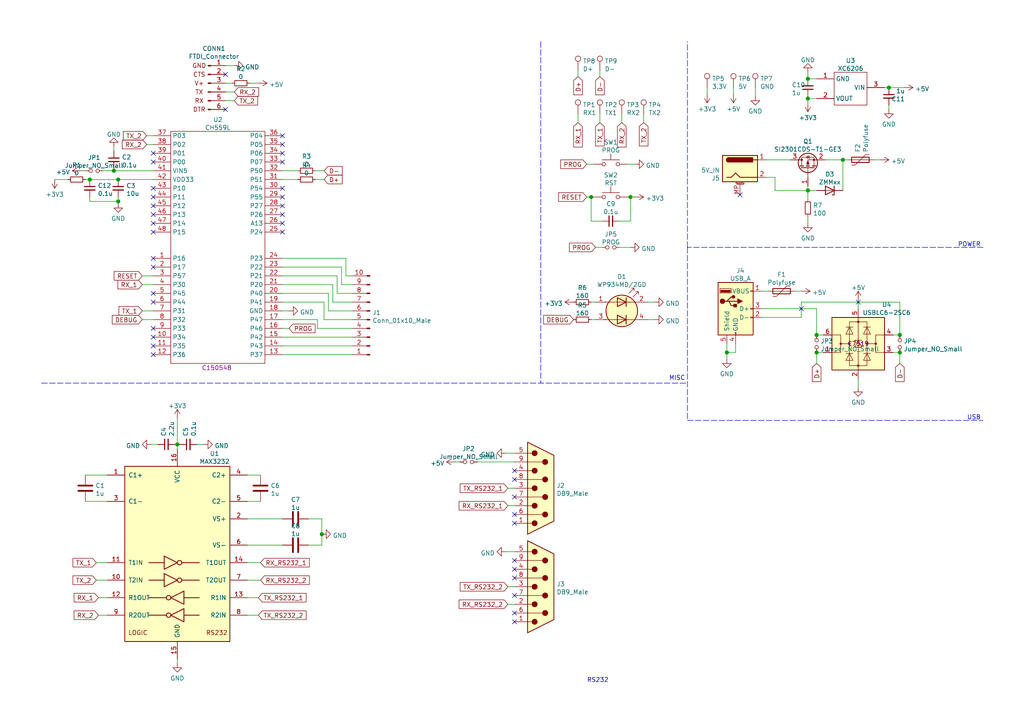
<source format=kicad_sch>
(kicad_sch (version 20210126) (generator eeschema)
  (paper "A4")
  (title_block (title "USBHost RS232") (date "2021-04-06") (rev "A") (company "Abiel Fernandez"))
  (lib_symbols
    (symbol "Connector:Barrel_Jack_MountingPin" (pin_names hide)
      (property "Reference" "J" (at 0 5.334 0))
      (property "Value" "Barrel_Jack_MountingPin" (at 1.27 -6.35 0))
      (symbol "Barrel_Jack_MountingPin_1_1"
        (text "Mounting" (at 0 -4.191 0) (effects (font (size 0.381 0.381))))
        (pin passive line (at 7.62 2.54 180) (length 2.54) (name "~") (number "1"))
        (pin passive line (at 7.62 -2.54 180) (length 2.54) (name "~") (number "2"))
        (pin passive line (at 0 -7.62 90) (length 3.048) (name "MountPin") (number "MP"))
      )
    )
    (symbol "Connector:Conn_01x10_Male" (pin_names (offset 1.016) hide)
      (property "Reference" "J" (at 0 12.7 0))
      (property "Value" "Conn_01x10_Male" (at 0 -15.24 0))
      (symbol "Conn_01x10_Male_1_1"
        (pin passive line (at 5.08 10.16 180) (length 3.81) (name "Pin_1") (number "1"))
        (pin passive line (at 5.08 -12.7 180) (length 3.81) (name "Pin_10") (number "10"))
        (pin passive line (at 5.08 7.62 180) (length 3.81) (name "Pin_2") (number "2"))
        (pin passive line (at 5.08 5.08 180) (length 3.81) (name "Pin_3") (number "3"))
        (pin passive line (at 5.08 2.54 180) (length 3.81) (name "Pin_4") (number "4"))
        (pin passive line (at 5.08 0 180) (length 3.81) (name "Pin_5") (number "5"))
        (pin passive line (at 5.08 -2.54 180) (length 3.81) (name "Pin_6") (number "6"))
        (pin passive line (at 5.08 -5.08 180) (length 3.81) (name "Pin_7") (number "7"))
        (pin passive line (at 5.08 -7.62 180) (length 3.81) (name "Pin_8") (number "8"))
        (pin passive line (at 5.08 -10.16 180) (length 3.81) (name "Pin_9") (number "9"))
      )
    )
    (symbol "Connector:DB9_Male" (pin_names (offset 1.016) hide)
      (property "Reference" "J" (at 0 13.97 0))
      (property "Value" "DB9_Male" (at 0 -14.605 0))
      (symbol "DB9_Male_1_1"
        (pin passive line (at -7.62 -10.16 0) (length 3.81) (name "1") (number "1"))
        (pin passive line (at -7.62 -5.08 0) (length 3.81) (name "2") (number "2"))
        (pin passive line (at -7.62 0 0) (length 3.81) (name "3") (number "3"))
        (pin passive line (at -7.62 5.08 0) (length 3.81) (name "4") (number "4"))
        (pin passive line (at -7.62 10.16 0) (length 3.81) (name "5") (number "5"))
        (pin passive line (at -7.62 -7.62 0) (length 3.81) (name "6") (number "6"))
        (pin passive line (at -7.62 -2.54 0) (length 3.81) (name "7") (number "7"))
        (pin passive line (at -7.62 2.54 0) (length 3.81) (name "8") (number "8"))
        (pin passive line (at -7.62 7.62 0) (length 3.81) (name "9") (number "9"))
      )
    )
    (symbol "Connector:TestPoint" (pin_numbers hide) (pin_names (offset 0.762) hide)
      (property "Reference" "TP" (at 0 6.858 0))
      (property "Value" "TestPoint" (at 0 5.08 0))
      (symbol "TestPoint_1_1"
        (pin passive line (at 0 0 90) (length 2.54) (name "1") (number "1"))
      )
    )
    (symbol "Connector:USB_A" (pin_names (offset 1.016))
      (property "Reference" "J" (at -5.08 11.43 0))
      (property "Value" "USB_A" (at -5.08 8.89 0))
      (symbol "USB_A_1_1"
        (pin power_in line (at 7.62 5.08 180) (length 2.54) (name "VBUS") (number "1"))
        (pin bidirectional line (at 7.62 -2.54 180) (length 2.54) (name "D-") (number "2"))
        (pin bidirectional line (at 7.62 0 180) (length 2.54) (name "D+") (number "3"))
        (pin power_in line (at 0 -10.16 90) (length 2.54) (name "GND") (number "4"))
        (pin passive line (at -2.54 -10.16 90) (length 2.54) (name "Shield") (number "5"))
      )
    )
    (symbol "Device:C" (pin_numbers hide) (pin_names (offset 0.254))
      (property "Reference" "C" (at 0.635 2.54 0))
      (property "Value" "C" (at 0.635 -2.54 0))
      (symbol "C_1_1"
        (pin passive line (at 0 3.81 270) (length 2.794) (name "~") (number "1"))
        (pin passive line (at 0 -3.81 90) (length 2.794) (name "~") (number "2"))
      )
    )
    (symbol "Device:C_Small" (pin_numbers hide) (pin_names (offset 0.254) hide)
      (property "Reference" "C" (at 0.254 1.778 0))
      (property "Value" "C_Small" (at 0.254 -2.032 0))
      (symbol "C_Small_1_1"
        (pin passive line (at 0 2.54 270) (length 2.032) (name "~") (number "1"))
        (pin passive line (at 0 -2.54 90) (length 2.032) (name "~") (number "2"))
      )
    )
    (symbol "Device:Jumper_NO_Small" (pin_numbers hide) (pin_names (offset 0.762) hide)
      (property "Reference" "JP" (at 0 2.032 0))
      (property "Value" "Jumper_NO_Small" (at 0.254 -1.524 0))
      (symbol "Jumper_NO_Small_0_1"
        (pin passive line (at -2.54 0 0) (length 1.016) (name "1") (number "1"))
        (pin passive line (at 2.54 0 180) (length 1.016) (name "2") (number "2"))
      )
    )
    (symbol "Device:LED_Dual_ACAC" (pin_names (offset 0) hide)
      (property "Reference" "D" (at 0 5.715 0))
      (property "Value" "LED_Dual_ACAC" (at 0 -6.35 0))
      (symbol "LED_Dual_ACAC_1_1"
        (pin input line (at -7.62 2.54 0) (length 3.048) (name "A1") (number "1"))
        (pin input line (at 7.62 2.54 180) (length 3.81) (name "K1") (number "2"))
        (pin input line (at -7.62 -2.54 0) (length 3.048) (name "A2") (number "3"))
        (pin input line (at 7.62 -2.54 180) (length 3.81) (name "K2") (number "4"))
      )
    )
    (symbol "Device:Polyfuse" (pin_numbers hide) (pin_names (offset 0))
      (property "Reference" "F" (at -2.54 0 90))
      (property "Value" "Polyfuse" (at 2.54 0 90))
      (symbol "Polyfuse_1_1"
        (pin passive line (at 0 3.81 270) (length 1.27) (name "~") (number "1"))
        (pin passive line (at 0 -3.81 90) (length 1.27) (name "~") (number "2"))
      )
    )
    (symbol "Device:Q_PMOS_GSD" (pin_names (offset 0) hide)
      (property "Reference" "Q" (at 5.08 1.27 0))
      (property "Value" "Q_PMOS_GSD" (at 5.08 -1.27 0))
      (symbol "Q_PMOS_GSD_1_1"
        (pin input line (at -5.08 0 0) (length 2.54) (name "G") (number "1"))
        (pin passive line (at 2.54 -5.08 90) (length 2.54) (name "S") (number "2"))
        (pin passive line (at 2.54 5.08 270) (length 2.54) (name "D") (number "3"))
      )
    )
    (symbol "Device:R_Small" (pin_numbers hide) (pin_names (offset 0.254) hide)
      (property "Reference" "R" (at 0.762 0.508 0))
      (property "Value" "R_Small" (at 0.762 -1.016 0))
      (symbol "R_Small_1_1"
        (pin passive line (at 0 2.54 270) (length 0.762) (name "~") (number "1"))
        (pin passive line (at 0 -2.54 90) (length 0.762) (name "~") (number "2"))
      )
    )
    (symbol "Diode:ZMMxx" (pin_numbers hide) (pin_names (offset 1.016) hide)
      (property "Reference" "D" (at 0 2.54 0))
      (property "Value" "ZMMxx" (at 0 -2.54 0))
      (symbol "ZMMxx_1_1"
        (pin passive line (at -3.81 0 0) (length 2.54) (name "K") (number "1"))
        (pin passive line (at 3.81 0 180) (length 2.54) (name "A") (number "2"))
      )
    )
    (symbol "FTDI_Conn:FTDI_Connector" (pin_names (offset 1.016) hide)
      (property "Reference" "CONN" (at 0 7.62 0))
      (property "Value" "FTDI_Connector" (at 0 -10.16 0))
      (symbol "FTDI_Connector_0_0"
        (text "CTS" (at -2.54 2.54 0) (effects (font (size 1.27 1.27))))
        (text "DTR" (at -2.54 -7.62 0) (effects (font (size 1.27 1.27))))
        (text "GND" (at -2.54 5.08 0) (effects (font (size 1.27 1.27))))
        (text "RX" (at -2.54 -5.08 0) (effects (font (size 1.27 1.27))))
        (text "TX" (at -2.54 -2.54 0) (effects (font (size 1.27 1.27))))
        (text "V+" (at -2.54 0 0) (effects (font (size 1.27 1.27))))
      )
      (symbol "FTDI_Connector_1_1"
        (pin power_out line (at 5.08 5.08 180) (length 3.81) (name "GND") (number "1"))
        (pin input line (at 5.08 2.54 180) (length 3.81) (name "CTS") (number "2"))
        (pin power_out line (at 5.08 0 180) (length 3.81) (name "5V") (number "3"))
        (pin output line (at 5.08 -2.54 180) (length 3.81) (name "TX") (number "4"))
        (pin input line (at 5.08 -5.08 180) (length 3.81) (name "RX") (number "5"))
        (pin output line (at 5.08 -7.62 180) (length 3.81) (name "DTR") (number "6"))
      )
    )
    (symbol "Interface_UART:MAX3232" (pin_names (offset 1.016))
      (property "Reference" "U" (at -2.54 28.575 0))
      (property "Value" "MAX3232" (at -2.54 26.67 0))
      (symbol "MAX3232_0_0"
        (text "LOGIC" (at -11.43 -22.86 0) (effects (font (size 1.27 1.27))))
        (text "RS232" (at 11.43 -22.86 0) (effects (font (size 1.27 1.27))))
      )
      (symbol "MAX3232_1_1"
        (pin passive line (at -20.32 22.86 0) (length 5.08) (name "C1+") (number "1"))
        (pin input line (at -20.32 -7.62 0) (length 5.08) (name "T2IN") (number "10"))
        (pin input line (at -20.32 -2.54 0) (length 5.08) (name "T1IN") (number "11"))
        (pin output line (at -20.32 -12.7 0) (length 5.08) (name "R1OUT") (number "12"))
        (pin input line (at 20.32 -12.7 180) (length 5.08) (name "R1IN") (number "13"))
        (pin output line (at 20.32 -2.54 180) (length 5.08) (name "T1OUT") (number "14"))
        (pin power_in line (at 0 -30.48 90) (length 5.08) (name "GND") (number "15"))
        (pin power_in line (at 0 30.48 270) (length 5.08) (name "VCC") (number "16"))
        (pin power_out line (at 20.32 10.16 180) (length 5.08) (name "VS+") (number "2"))
        (pin passive line (at -20.32 15.24 0) (length 5.08) (name "C1-") (number "3"))
        (pin passive line (at 20.32 22.86 180) (length 5.08) (name "C2+") (number "4"))
        (pin passive line (at 20.32 15.24 180) (length 5.08) (name "C2-") (number "5"))
        (pin power_out line (at 20.32 2.54 180) (length 5.08) (name "VS-") (number "6"))
        (pin output line (at 20.32 -7.62 180) (length 5.08) (name "T2OUT") (number "7"))
        (pin input line (at 20.32 -17.78 180) (length 5.08) (name "R2IN") (number "8"))
        (pin output line (at -20.32 -17.78 0) (length 5.08) (name "R2OUT") (number "9"))
      )
    )
    (symbol "Parts:CH559L"
      (property "Reference" "U" (at 0 1.27 0))
      (property "Value" "CH559L" (at 0 71.12 0))
      (symbol "CH559L_1_1"
        (pin bidirectional line (at -18.415 33.02 0) (length 5.08) (name "P16") (number "1"))
        (pin bidirectional line (at -18.415 10.16 0) (length 5.08) (name "P34") (number "10"))
        (pin bidirectional line (at -18.415 7.62 0) (length 5.08) (name "P35") (number "11"))
        (pin bidirectional line (at -18.415 5.08 0) (length 5.08) (name "P36") (number "12"))
        (pin bidirectional line (at 19.05 5.08 180) (length 5.08) (name "P37") (number "13"))
        (pin bidirectional line (at 19.05 7.62 180) (length 5.08) (name "P43") (number "14"))
        (pin bidirectional line (at 19.05 10.16 180) (length 5.08) (name "P42") (number "15"))
        (pin bidirectional line (at 19.05 12.7 180) (length 5.08) (name "P46") (number "16"))
        (pin bidirectional line (at 19.05 15.24 180) (length 5.08) (name "P47") (number "17"))
        (pin bidirectional line (at 19.05 17.78 180) (length 5.08) (name "GND") (number "18"))
        (pin bidirectional line (at 19.05 20.32 180) (length 5.08) (name "P41") (number "19"))
        (pin bidirectional line (at -18.415 30.48 0) (length 5.08) (name "P17") (number "2"))
        (pin bidirectional line (at 19.05 22.86 180) (length 5.08) (name "P40") (number "20"))
        (pin bidirectional line (at 19.05 25.4 180) (length 5.08) (name "P20") (number "21"))
        (pin bidirectional line (at 19.05 27.94 180) (length 5.08) (name "P21") (number "22"))
        (pin bidirectional line (at 19.05 30.48 180) (length 5.08) (name "P22") (number "23"))
        (pin bidirectional line (at 19.05 33.02 180) (length 5.08) (name "P23") (number "24"))
        (pin bidirectional line (at 19.05 40.64 180) (length 5.08) (name "P24") (number "25"))
        (pin bidirectional line (at 19.05 43.18 180) (length 5.08) (name "A13") (number "26"))
        (pin bidirectional line (at 19.05 45.72 180) (length 5.08) (name "P26") (number "27"))
        (pin bidirectional line (at 19.05 48.26 180) (length 5.08) (name "P27") (number "28"))
        (pin bidirectional line (at 19.05 50.8 180) (length 5.08) (name "P55") (number "29"))
        (pin bidirectional line (at -18.415 27.94 0) (length 5.08) (name "P57") (number "3"))
        (pin bidirectional line (at 19.05 53.34 180) (length 5.08) (name "P54") (number "30"))
        (pin bidirectional line (at 19.05 55.88 180) (length 5.08) (name "P51") (number "31"))
        (pin bidirectional line (at 19.05 58.42 180) (length 5.08) (name "P50") (number "32"))
        (pin bidirectional line (at 19.05 60.96 180) (length 5.08) (name "P07") (number "33"))
        (pin bidirectional line (at 19.05 63.5 180) (length 5.08) (name "P06") (number "34"))
        (pin bidirectional line (at 19.05 66.04 180) (length 5.08) (name "P05") (number "35"))
        (pin bidirectional line (at 19.05 68.58 180) (length 5.08) (name "P04") (number "36"))
        (pin bidirectional line (at -18.415 68.58 0) (length 5.08) (name "P03") (number "37"))
        (pin bidirectional line (at -18.415 66.04 0) (length 5.08) (name "P02") (number "38"))
        (pin bidirectional line (at -18.415 63.5 0) (length 5.08) (name "P01") (number "39"))
        (pin bidirectional line (at -18.415 25.4 0) (length 5.08) (name "P30") (number "4"))
        (pin bidirectional line (at -18.415 60.96 0) (length 5.08) (name "P00") (number "40"))
        (pin bidirectional line (at -18.415 58.42 0) (length 5.08) (name "VIN5") (number "41"))
        (pin bidirectional line (at -18.415 55.88 0) (length 5.08) (name "VDD33") (number "42"))
        (pin bidirectional line (at -18.415 53.34 0) (length 5.08) (name "P10") (number "43"))
        (pin bidirectional line (at -18.415 50.8 0) (length 5.08) (name "P11") (number "44"))
        (pin bidirectional line (at -18.415 48.26 0) (length 5.08) (name "P12") (number "45"))
        (pin bidirectional line (at -18.415 45.72 0) (length 5.08) (name "P13") (number "46"))
        (pin bidirectional line (at -18.415 43.18 0) (length 5.08) (name "P14") (number "47"))
        (pin bidirectional line (at -18.415 40.64 0) (length 5.08) (name "P15") (number "48"))
        (pin bidirectional line (at -18.415 22.86 0) (length 5.08) (name "P45") (number "5"))
        (pin bidirectional line (at -18.415 20.32 0) (length 5.08) (name "P44") (number "6"))
        (pin bidirectional line (at -18.415 17.78 0) (length 5.08) (name "P31") (number "7"))
        (pin bidirectional line (at -18.415 15.24 0) (length 5.08) (name "P32") (number "8"))
        (pin bidirectional line (at -18.415 12.7 0) (length 5.08) (name "P33") (number "9"))
      )
    )
    (symbol "Parts:XC6206"
      (property "Reference" "U" (at 0 -0.635 0))
      (property "Value" "XC6206" (at 0 11.43 0))
      (symbol "XC6206_1_1"
        (pin power_in line (at 10.16 2.54 180) (length 5.08) (name "GND") (number "1"))
        (pin power_out line (at 10.16 8.255 180) (length 5.08) (name "VOUT") (number "2"))
        (pin power_in line (at -9.525 5.08 0) (length 5.08) (name "VIN") (number "3"))
      )
    )
    (symbol "Power_Protection:USBLC6-2SC6" (pin_names hide)
      (property "Reference" "U" (at 2.54 8.89 0))
      (property "Value" "USBLC6-2SC6" (at 2.54 -8.89 0))
      (symbol "USBLC6-2SC6_1_1"
        (pin passive line (at -10.16 -2.54 0) (length 2.54) (name "I/O1") (number "1"))
        (pin passive line (at 0 -10.16 90) (length 2.54) (name "GND") (number "2"))
        (pin passive line (at 10.16 -2.54 180) (length 2.54) (name "I/O2") (number "3"))
        (pin passive line (at 10.16 2.54 180) (length 2.54) (name "I/O2") (number "4"))
        (pin passive line (at 0 10.16 270) (length 2.54) (name "VBUS") (number "5"))
        (pin passive line (at -10.16 2.54 0) (length 2.54) (name "I/O1") (number "6"))
      )
    )
    (symbol "Switch:SW_Push" (pin_numbers hide) (pin_names (offset 1.016) hide)
      (property "Reference" "SW" (at 1.27 2.54 0))
      (property "Value" "SW_Push" (at 0 -1.524 0))
      (symbol "SW_Push_0_1"
        (pin passive line (at -5.08 0 0) (length 2.54) (name "1") (number "1"))
        (pin passive line (at 5.08 0 180) (length 2.54) (name "2") (number "2"))
      )
    )
    (symbol "power:+3.3V" (power) (pin_names (offset 0))
      (property "Value" "+3.3V" (at 0 3.556 0))
      (symbol "+3.3V_1_1"
        (pin power_in line (at 0 0 90) (length 0) hide (name "+3V3") (number "1"))
      )
    )
    (symbol "power:+5V" (power) (pin_names (offset 0))
      (property "Value" "+5V" (at 0 3.556 0))
      (symbol "+5V_1_1"
        (pin power_in line (at 0 0 90) (length 0) hide (name "+5V") (number "1"))
      )
    )
    (symbol "power:GND" (power) (pin_names (offset 0))
      (property "Value" "GND" (at 0 -3.81 0))
      (symbol "GND_1_1"
        (pin power_in line (at 0 0 270) (length 0) hide (name "GND") (number "1"))
      )
    )
  )
  (junction (at 26.035 52.07) (diameter 1.016))
  (junction (at 33.02 49.53) (diameter 1.016))
  (junction (at 34.29 52.07) (diameter 1.016))
  (junction (at 34.29 58.42) (diameter 1.016))
  (junction (at 51.435 128.905) (diameter 1.016))
  (junction (at 93.345 154.94) (diameter 1.016))
  (junction (at 171.45 57.15) (diameter 1.016))
  (junction (at 182.88 57.15) (diameter 1.016))
  (junction (at 210.82 102.235) (diameter 1.016))
  (junction (at 234.315 22.86) (diameter 1.016))
  (junction (at 234.315 28.575) (diameter 1.016))
  (junction (at 234.315 55.245) (diameter 1.016))
  (junction (at 236.855 97.155) (diameter 1.016))
  (junction (at 236.855 102.235) (diameter 1.016))
  (junction (at 244.475 46.355) (diameter 1.016))
  (junction (at 257.81 25.4) (diameter 1.016))
  (junction (at 260.985 97.155) (diameter 1.016))
  (junction (at 260.985 102.235) (diameter 1.016))
  (no_connect (at 44.45 44.45))
  (no_connect (at 44.45 46.99))
  (no_connect (at 44.45 54.61))
  (no_connect (at 44.45 57.15))
  (no_connect (at 44.45 59.69))
  (no_connect (at 44.45 62.23))
  (no_connect (at 44.45 64.77))
  (no_connect (at 44.45 67.31))
  (no_connect (at 44.45 74.93))
  (no_connect (at 44.45 77.47))
  (no_connect (at 44.45 85.09))
  (no_connect (at 44.45 87.63))
  (no_connect (at 44.45 95.25))
  (no_connect (at 44.45 97.79))
  (no_connect (at 44.45 100.33))
  (no_connect (at 44.45 102.87))
  (no_connect (at 65.405 21.59))
  (no_connect (at 65.405 31.75))
  (no_connect (at 81.915 39.37))
  (no_connect (at 81.915 41.91))
  (no_connect (at 81.915 44.45))
  (no_connect (at 81.915 46.99))
  (no_connect (at 81.915 54.61))
  (no_connect (at 81.915 57.15))
  (no_connect (at 81.915 59.69))
  (no_connect (at 81.915 62.23))
  (no_connect (at 81.915 64.77))
  (no_connect (at 81.915 67.31))
  (no_connect (at 149.225 136.525))
  (no_connect (at 149.225 139.065))
  (no_connect (at 149.225 144.145))
  (no_connect (at 149.225 149.225))
  (no_connect (at 149.225 151.765))
  (no_connect (at 149.225 162.56))
  (no_connect (at 149.225 165.1))
  (no_connect (at 149.225 167.64))
  (no_connect (at 149.225 172.72))
  (no_connect (at 149.225 177.8))
  (no_connect (at 149.225 180.34))
  (no_connect (at 214.63 56.515))
  (no_connect (at 232.41 89.535))
  (no_connect (at 248.92 87.63))
  (wire (pts (xy 15.875 52.07) (xy 19.685 52.07)))
  (wire (pts (xy 23.495 49.53) (xy 24.765 49.53)))
  (wire (pts (xy 24.765 52.07) (xy 26.035 52.07)))
  (wire (pts (xy 24.765 137.795) (xy 31.115 137.795)))
  (wire (pts (xy 24.765 145.415) (xy 31.115 145.415)))
  (wire (pts (xy 26.035 52.07) (xy 34.29 52.07)))
  (wire (pts (xy 26.035 57.15) (xy 26.035 58.42)))
  (wire (pts (xy 26.035 58.42) (xy 34.29 58.42)))
  (wire (pts (xy 27.94 163.195) (xy 31.115 163.195)))
  (wire (pts (xy 27.94 168.275) (xy 31.115 168.275)))
  (wire (pts (xy 28.575 173.355) (xy 31.115 173.355)))
  (wire (pts (xy 28.575 178.435) (xy 31.115 178.435)))
  (wire (pts (xy 29.845 49.53) (xy 33.02 49.53)))
  (wire (pts (xy 33.02 42.545) (xy 33.02 43.815)))
  (wire (pts (xy 33.02 48.895) (xy 33.02 49.53)))
  (wire (pts (xy 33.02 49.53) (xy 44.45 49.53)))
  (wire (pts (xy 34.29 52.07) (xy 44.45 52.07)))
  (wire (pts (xy 34.29 57.15) (xy 34.29 58.42)))
  (wire (pts (xy 34.29 58.42) (xy 34.29 59.055)))
  (wire (pts (xy 41.275 80.01) (xy 44.45 80.01)))
  (wire (pts (xy 41.275 82.55) (xy 44.45 82.55)))
  (wire (pts (xy 41.275 90.17) (xy 44.45 90.17)))
  (wire (pts (xy 41.275 92.71) (xy 44.45 92.71)))
  (wire (pts (xy 42.545 39.37) (xy 44.45 39.37)))
  (wire (pts (xy 42.545 41.91) (xy 44.45 41.91)))
  (wire (pts (xy 43.815 128.905) (xy 45.72 128.905)))
  (wire (pts (xy 50.8 128.905) (xy 51.435 128.905)))
  (wire (pts (xy 51.435 121.285) (xy 51.435 128.905)))
  (wire (pts (xy 51.435 128.905) (xy 51.435 130.175)))
  (wire (pts (xy 51.435 128.905) (xy 52.07 128.905)))
  (wire (pts (xy 51.435 191.135) (xy 51.435 192.405)))
  (wire (pts (xy 57.15 128.905) (xy 59.055 128.905)))
  (wire (pts (xy 65.405 19.05) (xy 67.945 19.05)))
  (wire (pts (xy 65.405 24.13) (xy 67.31 24.13)))
  (wire (pts (xy 65.405 26.67) (xy 67.945 26.67)))
  (wire (pts (xy 65.405 29.21) (xy 67.945 29.21)))
  (wire (pts (xy 71.755 137.795) (xy 75.565 137.795)))
  (wire (pts (xy 71.755 145.415) (xy 75.565 145.415)))
  (wire (pts (xy 71.755 150.495) (xy 81.915 150.495)))
  (wire (pts (xy 71.755 158.115) (xy 81.915 158.115)))
  (wire (pts (xy 71.755 163.195) (xy 75.565 163.195)))
  (wire (pts (xy 71.755 168.275) (xy 75.565 168.275)))
  (wire (pts (xy 71.755 173.355) (xy 74.93 173.355)))
  (wire (pts (xy 71.755 178.435) (xy 74.93 178.435)))
  (wire (pts (xy 72.39 24.13) (xy 74.93 24.13)))
  (wire (pts (xy 81.915 49.53) (xy 86.36 49.53)))
  (wire (pts (xy 81.915 52.07) (xy 86.36 52.07)))
  (wire (pts (xy 81.915 74.93) (xy 100.33 74.93)))
  (wire (pts (xy 81.915 77.47) (xy 99.06 77.47)))
  (wire (pts (xy 81.915 80.01) (xy 97.79 80.01)))
  (wire (pts (xy 81.915 82.55) (xy 96.52 82.55)))
  (wire (pts (xy 81.915 85.09) (xy 95.25 85.09)))
  (wire (pts (xy 81.915 87.63) (xy 93.98 87.63)))
  (wire (pts (xy 81.915 90.17) (xy 83.82 90.17)))
  (wire (pts (xy 81.915 92.71) (xy 92.075 92.71)))
  (wire (pts (xy 81.915 95.25) (xy 83.82 95.25)))
  (wire (pts (xy 81.915 97.79) (xy 102.235 97.79)))
  (wire (pts (xy 81.915 100.33) (xy 102.235 100.33)))
  (wire (pts (xy 81.915 102.87) (xy 102.235 102.87)))
  (wire (pts (xy 89.535 150.495) (xy 93.345 150.495)))
  (wire (pts (xy 91.44 49.53) (xy 93.98 49.53)))
  (wire (pts (xy 91.44 52.07) (xy 93.98 52.07)))
  (wire (pts (xy 92.075 92.71) (xy 92.075 95.25)))
  (wire (pts (xy 92.075 95.25) (xy 102.235 95.25)))
  (wire (pts (xy 93.345 150.495) (xy 93.345 154.94)))
  (wire (pts (xy 93.345 154.94) (xy 93.345 158.115)))
  (wire (pts (xy 93.345 158.115) (xy 89.535 158.115)))
  (wire (pts (xy 93.98 87.63) (xy 93.98 92.71)))
  (wire (pts (xy 93.98 92.71) (xy 102.235 92.71)))
  (wire (pts (xy 95.25 85.09) (xy 95.25 90.17)))
  (wire (pts (xy 95.25 90.17) (xy 102.235 90.17)))
  (wire (pts (xy 96.52 82.55) (xy 96.52 87.63)))
  (wire (pts (xy 96.52 87.63) (xy 102.235 87.63)))
  (wire (pts (xy 97.79 80.01) (xy 97.79 85.09)))
  (wire (pts (xy 97.79 85.09) (xy 102.235 85.09)))
  (wire (pts (xy 99.06 77.47) (xy 99.06 82.55)))
  (wire (pts (xy 99.06 82.55) (xy 102.235 82.55)))
  (wire (pts (xy 100.33 74.93) (xy 100.33 80.01)))
  (wire (pts (xy 100.33 80.01) (xy 102.235 80.01)))
  (wire (pts (xy 132.08 133.985) (xy 133.35 133.985)))
  (wire (pts (xy 138.43 133.985) (xy 149.225 133.985)))
  (wire (pts (xy 146.685 131.445) (xy 149.225 131.445)))
  (wire (pts (xy 146.685 160.02) (xy 149.225 160.02)))
  (wire (pts (xy 147.32 141.605) (xy 149.225 141.605)))
  (wire (pts (xy 147.32 146.685) (xy 149.225 146.685)))
  (wire (pts (xy 147.32 170.18) (xy 149.225 170.18)))
  (wire (pts (xy 147.32 175.26) (xy 149.225 175.26)))
  (wire (pts (xy 167.64 20.32) (xy 167.64 22.225)))
  (wire (pts (xy 167.64 33.02) (xy 167.64 35.56)))
  (wire (pts (xy 170.18 47.625) (xy 172.085 47.625)))
  (wire (pts (xy 170.18 57.15) (xy 171.45 57.15)))
  (wire (pts (xy 171.45 57.15) (xy 171.45 64.135)))
  (wire (pts (xy 171.45 57.15) (xy 172.085 57.15)))
  (wire (pts (xy 171.45 64.135) (xy 174.625 64.135)))
  (wire (pts (xy 171.45 87.63) (xy 172.72 87.63)))
  (wire (pts (xy 171.45 92.71) (xy 172.72 92.71)))
  (wire (pts (xy 172.72 71.755) (xy 174.625 71.755)))
  (wire (pts (xy 173.99 20.32) (xy 173.99 22.225)))
  (wire (pts (xy 173.99 33.02) (xy 173.99 35.56)))
  (wire (pts (xy 179.705 64.135) (xy 182.88 64.135)))
  (wire (pts (xy 179.705 71.755) (xy 182.88 71.755)))
  (wire (pts (xy 180.34 33.02) (xy 180.34 35.56)))
  (wire (pts (xy 182.245 47.625) (xy 184.15 47.625)))
  (wire (pts (xy 182.245 57.15) (xy 182.88 57.15)))
  (wire (pts (xy 182.88 57.15) (xy 182.88 64.135)))
  (wire (pts (xy 182.88 57.15) (xy 184.15 57.15)))
  (wire (pts (xy 186.69 33.02) (xy 186.69 35.56)))
  (wire (pts (xy 187.96 87.63) (xy 189.865 87.63)))
  (wire (pts (xy 187.96 92.71) (xy 189.865 92.71)))
  (wire (pts (xy 205.105 25.4) (xy 205.105 27.305)))
  (wire (pts (xy 210.82 99.695) (xy 210.82 102.235)))
  (wire (pts (xy 210.82 102.235) (xy 210.82 104.14)))
  (wire (pts (xy 210.82 102.235) (xy 213.36 102.235)))
  (wire (pts (xy 212.725 25.4) (xy 212.725 27.305)))
  (wire (pts (xy 213.36 99.695) (xy 213.36 102.235)))
  (wire (pts (xy 219.075 25.4) (xy 219.075 27.94)))
  (wire (pts (xy 220.98 84.455) (xy 222.885 84.455)))
  (wire (pts (xy 220.98 89.535) (xy 236.855 89.535)))
  (wire (pts (xy 220.98 92.075) (xy 232.41 92.075)))
  (wire (pts (xy 222.25 46.355) (xy 229.235 46.355)))
  (wire (pts (xy 222.25 51.435) (xy 224.79 51.435)))
  (wire (pts (xy 224.79 51.435) (xy 224.79 55.245)))
  (wire (pts (xy 224.79 55.245) (xy 234.315 55.245)))
  (wire (pts (xy 230.505 84.455) (xy 232.41 84.455)))
  (wire (pts (xy 232.41 87.63) (xy 260.985 87.63)))
  (wire (pts (xy 232.41 92.075) (xy 232.41 87.63)))
  (wire (pts (xy 234.315 20.955) (xy 234.315 22.86)))
  (wire (pts (xy 234.315 22.86) (xy 236.855 22.86)))
  (wire (pts (xy 234.315 27.94) (xy 234.315 28.575)))
  (wire (pts (xy 234.315 28.575) (xy 234.315 29.845)))
  (wire (pts (xy 234.315 28.575) (xy 236.855 28.575)))
  (wire (pts (xy 234.315 53.975) (xy 234.315 55.245)))
  (wire (pts (xy 234.315 55.245) (xy 234.315 57.785)))
  (wire (pts (xy 234.315 55.245) (xy 236.855 55.245)))
  (wire (pts (xy 234.315 62.865) (xy 234.315 64.77)))
  (wire (pts (xy 236.855 89.535) (xy 236.855 97.155)))
  (wire (pts (xy 236.855 97.155) (xy 238.76 97.155)))
  (wire (pts (xy 236.855 102.235) (xy 236.855 105.41)))
  (wire (pts (xy 236.855 102.235) (xy 238.76 102.235)))
  (wire (pts (xy 239.395 46.355) (xy 244.475 46.355)))
  (wire (pts (xy 244.475 46.355) (xy 244.475 55.245)))
  (wire (pts (xy 244.475 46.355) (xy 245.745 46.355)))
  (wire (pts (xy 248.92 86.995) (xy 248.92 89.535)))
  (wire (pts (xy 248.92 109.855) (xy 248.92 112.395)))
  (wire (pts (xy 253.365 46.355) (xy 255.27 46.355)))
  (wire (pts (xy 256.54 25.4) (xy 257.81 25.4)))
  (wire (pts (xy 257.81 25.4) (xy 262.255 25.4)))
  (wire (pts (xy 257.81 30.48) (xy 257.81 31.75)))
  (wire (pts (xy 259.08 97.155) (xy 260.985 97.155)))
  (wire (pts (xy 259.08 102.235) (xy 260.985 102.235)))
  (wire (pts (xy 260.985 87.63) (xy 260.985 97.155)))
  (wire (pts (xy 260.985 102.235) (xy 260.985 105.41)))
  (polyline (pts (xy 12.065 111.125) (xy 199.39 111.125)) (stroke (width 0) (type dash)))
  (polyline (pts (xy 156.845 12.065) (xy 156.845 111.125)) (stroke (width 0) (type dash)))
  (polyline (pts (xy 199.39 71.755) (xy 199.39 12.065)) (stroke (width 0) (type dash)))
  (polyline (pts (xy 199.39 71.755) (xy 199.39 121.92)) (stroke (width 0) (type dash)))
  (polyline (pts (xy 199.39 121.92) (xy 285.115 121.92)) (stroke (width 0) (type dash)))
  (polyline (pts (xy 285.115 71.755) (xy 199.39 71.755)) (stroke (width 0) (type dash)))
  (text "RS232" (at 176.53 198.12 180) (effects (font (size 1.27 1.27)) (justify right bottom)))
  (text "MISC" (at 198.755 110.49 180) (effects (font (size 1.27 1.27)) (justify right bottom)))
  (text "POWER" (at 284.48 71.755 180) (effects (font (size 1.27 1.27)) (justify right bottom)))
  (text "USB" (at 284.48 121.92 180) (effects (font (size 1.27 1.27)) (justify right bottom)))
  (global_label "TX_1" (shape input) (at 27.94 163.195 180) (property "Intersheet References" "${INTERSHEET_REFS}" (effects hide)))
  (global_label "TX_2" (shape input) (at 27.94 168.275 180) (property "Intersheet References" "${INTERSHEET_REFS}" (effects hide)))
  (global_label "RX_1" (shape input) (at 28.575 173.355 180) (property "Intersheet References" "${INTERSHEET_REFS}" (effects hide)))
  (global_label "RX_2" (shape input) (at 28.575 178.435 180) (property "Intersheet References" "${INTERSHEET_REFS}" (effects hide)))
  (global_label "RESET" (shape input) (at 41.275 80.01 180) (property "Intersheet References" "${INTERSHEET_REFS}" (effects hide)))
  (global_label "RX_1" (shape input) (at 41.275 82.55 180) (property "Intersheet References" "${INTERSHEET_REFS}" (effects hide)))
  (global_label "TX_1" (shape input) (at 41.275 90.17 180) (property "Intersheet References" "${INTERSHEET_REFS}" (effects hide)))
  (global_label "DEBUG" (shape input) (at 41.275 92.71 180) (property "Intersheet References" "${INTERSHEET_REFS}" (effects hide)))
  (global_label "TX_2" (shape input) (at 42.545 39.37 180) (property "Intersheet References" "${INTERSHEET_REFS}" (effects hide)))
  (global_label "RX_2" (shape input) (at 42.545 41.91 180) (property "Intersheet References" "${INTERSHEET_REFS}" (effects hide)))
  (global_label "RX_2" (shape input) (at 67.945 26.67 0) (property "Intersheet References" "${INTERSHEET_REFS}" (effects hide)))
  (global_label "TX_2" (shape input) (at 67.945 29.21 0) (property "Intersheet References" "${INTERSHEET_REFS}" (effects hide)))
  (global_label "TX_RS232_1" (shape input) (at 74.93 173.355 0) (property "Intersheet References" "${INTERSHEET_REFS}" (effects hide)))
  (global_label "TX_RS232_2" (shape input) (at 74.93 178.435 0) (property "Intersheet References" "${INTERSHEET_REFS}" (effects hide)))
  (global_label "RX_RS232_1" (shape input) (at 75.565 163.195 0) (property "Intersheet References" "${INTERSHEET_REFS}" (effects hide)))
  (global_label "RX_RS232_2" (shape input) (at 75.565 168.275 0) (property "Intersheet References" "${INTERSHEET_REFS}" (effects hide)))
  (global_label "PROG" (shape input) (at 83.82 95.25 0) (property "Intersheet References" "${INTERSHEET_REFS}" (effects hide)))
  (global_label "D-" (shape input) (at 93.98 49.53 0) (property "Intersheet References" "${INTERSHEET_REFS}" (effects hide)))
  (global_label "D+" (shape input) (at 93.98 52.07 0) (property "Intersheet References" "${INTERSHEET_REFS}" (effects hide)))
  (global_label "TX_RS232_1" (shape input) (at 147.32 141.605 180) (property "Intersheet References" "${INTERSHEET_REFS}" (effects hide)))
  (global_label "RX_RS232_1" (shape input) (at 147.32 146.685 180) (property "Intersheet References" "${INTERSHEET_REFS}" (effects hide)))
  (global_label "TX_RS232_2" (shape input) (at 147.32 170.18 180) (property "Intersheet References" "${INTERSHEET_REFS}" (effects hide)))
  (global_label "RX_RS232_2" (shape input) (at 147.32 175.26 180) (property "Intersheet References" "${INTERSHEET_REFS}" (effects hide)))
  (global_label "DEBUG" (shape input) (at 166.37 92.71 180) (property "Intersheet References" "${INTERSHEET_REFS}" (effects hide)))
  (global_label "D+" (shape input) (at 167.64 22.225 270) (property "Intersheet References" "${INTERSHEET_REFS}" (effects hide)))
  (global_label "RX_1" (shape input) (at 167.64 35.56 270) (property "Intersheet References" "${INTERSHEET_REFS}" (effects hide)))
  (global_label "PROG" (shape input) (at 170.18 47.625 180) (property "Intersheet References" "${INTERSHEET_REFS}" (effects hide)))
  (global_label "RESET" (shape input) (at 170.18 57.15 180) (property "Intersheet References" "${INTERSHEET_REFS}" (effects hide)))
  (global_label "PROG" (shape input) (at 172.72 71.755 180) (property "Intersheet References" "${INTERSHEET_REFS}" (effects hide)))
  (global_label "D-" (shape input) (at 173.99 22.225 270) (property "Intersheet References" "${INTERSHEET_REFS}" (effects hide)))
  (global_label "TX_1" (shape input) (at 173.99 35.56 270) (property "Intersheet References" "${INTERSHEET_REFS}" (effects hide)))
  (global_label "RX_2" (shape input) (at 180.34 35.56 270) (property "Intersheet References" "${INTERSHEET_REFS}" (effects hide)))
  (global_label "TX_2" (shape input) (at 186.69 35.56 270) (property "Intersheet References" "${INTERSHEET_REFS}" (effects hide)))
  (global_label "D+" (shape input) (at 236.855 105.41 270) (property "Intersheet References" "${INTERSHEET_REFS}" (effects hide)))
  (global_label "D-" (shape input) (at 260.985 105.41 270) (property "Intersheet References" "${INTERSHEET_REFS}" (effects hide)))
  (symbol (lib_id "power:+3.3V") (at 15.875 52.07 180) (unit 1)
    (property "Reference" "#PWR0104" (effects hide))
    (property "Value" "+3.3V" (at 15.875 56.3944 0))
  )
  (symbol (lib_id "power:+5V") (at 23.495 49.53 90) (unit 1)
    (property "Reference" "#PWR0103" (effects hide))
    (property "Value" "+5V" (at 20.32 49.9185 90) (effects (justify left)))
  )
  (symbol (lib_id "power:+3.3V") (at 51.435 121.285 0) (unit 1)
    (property "Reference" "#PWR0112" (effects hide))
    (property "Value" "+3.3V" (at 51.435 117.7376 0))
  )
  (symbol (lib_id "power:+5V") (at 74.93 24.13 270) (unit 1)
    (property "Reference" "#PWR0101" (effects hide))
    (property "Value" "+5V" (at 78.1051 24.5185 90) (effects (justify left)))
  )
  (symbol (lib_id "power:+5V") (at 132.08 133.985 90) (unit 1)
    (property "Reference" "#PWR0111" (effects hide))
    (property "Value" "+5V" (at 128.905 134.3735 90) (effects (justify left)))
  )
  (symbol (lib_id "power:+3.3V") (at 166.37 87.63 90) (unit 1)
    (property "Reference" "#PWR0115" (effects hide))
    (property "Value" "+3.3V" (at 163.1949 88.0185 90) (effects (justify left)))
  )
  (symbol (lib_id "power:+3.3V") (at 184.15 57.15 270) (unit 1)
    (property "Reference" "#PWR0119" (effects hide))
    (property "Value" "+3.3V" (at 187.3251 57.5385 90) (effects (justify left)))
  )
  (symbol (lib_id "power:+3.3V") (at 205.105 27.305 180) (unit 1)
    (property "Reference" "#PWR0130" (effects hide))
    (property "Value" "+3.3V" (at 205.105 31.6294 0))
  )
  (symbol (lib_id "power:+5V") (at 212.725 27.305 180) (unit 1)
    (property "Reference" "#PWR0129" (effects hide))
    (property "Value" "+5V" (at 212.725 31.6294 0))
  )
  (symbol (lib_id "power:+5V") (at 232.41 84.455 270) (unit 1)
    (property "Reference" "#PWR0121" (effects hide))
    (property "Value" "+5V" (at 235.5851 84.8435 90) (effects (justify left)))
  )
  (symbol (lib_id "power:+3.3V") (at 234.315 29.845 180) (unit 1)
    (property "Reference" "#PWR0131" (effects hide))
    (property "Value" "+3.3V" (at 234.315 34.1694 0))
  )
  (symbol (lib_id "power:+5V") (at 248.92 86.995 0) (unit 1)
    (property "Reference" "#PWR0123" (effects hide))
    (property "Value" "+5V" (at 248.92 83.4476 0))
  )
  (symbol (lib_id "power:+5V") (at 255.27 46.355 270) (unit 1)
    (property "Reference" "#PWR0127" (effects hide))
    (property "Value" "+5V" (at 258.4451 46.7435 90) (effects (justify left)))
  )
  (symbol (lib_id "power:+5V") (at 262.255 25.4 270) (unit 1)
    (property "Reference" "#PWR0126" (effects hide))
    (property "Value" "+5V" (at 265.4301 25.7885 90) (effects (justify left)))
  )
  (symbol (lib_id "Device:Jumper_NO_Small") (at 27.305 49.53 0) (unit 1)
    (property "Reference" "JP1" (at 27.305 45.7158 0))
    (property "Value" "Jumper_NO_Small" (at 27.305 48.0145 0))
    (property "Footprint" "Jumper:SolderJumper-2_P1.3mm_Open_RoundedPad1.0x1.5mm" (effects hide))
  )
  (symbol (lib_id "Device:Jumper_NO_Small") (at 135.89 133.985 0) (unit 1)
    (property "Reference" "JP2" (at 135.89 130.1708 0))
    (property "Value" "Jumper_NO_Small" (at 135.89 132.4695 0))
    (property "Footprint" "Jumper:SolderJumper-2_P1.3mm_Open_RoundedPad1.0x1.5mm" (effects hide))
  )
  (symbol (lib_id "Device:Jumper_NO_Small") (at 177.165 71.755 0) (unit 1)
    (property "Reference" "JP5" (at 177.165 67.9408 0))
    (property "Value" "PROG" (at 177.165 70.2395 0))
    (property "Footprint" "Connector_PinSocket_2.54mm:PinSocket_1x02_P2.54mm_Vertical" (effects hide))
  )
  (symbol (lib_id "Device:Jumper_NO_Small") (at 236.855 99.695 270) (unit 1)
    (property "Reference" "JP3" (at 237.9981 98.9341 90) (effects (justify left)))
    (property "Value" "Jumper_NO_Small" (at 237.9981 101.2328 90) (effects (justify left)))
    (property "Footprint" "Jumper:SolderJumper-2_P1.3mm_Open_RoundedPad1.0x1.5mm" (effects hide))
  )
  (symbol (lib_id "Device:Jumper_NO_Small") (at 260.985 99.695 270) (unit 1)
    (property "Reference" "JP4" (at 262.1281 98.9341 90) (effects (justify left)))
    (property "Value" "Jumper_NO_Small" (at 262.1281 101.2328 90) (effects (justify left)))
    (property "Footprint" "Jumper:SolderJumper-2_P1.3mm_Open_RoundedPad1.0x1.5mm" (effects hide))
  )
  (symbol (lib_id "Connector:TestPoint") (at 167.64 20.32 0) (unit 1)
    (property "Reference" "TP8" (at 169.0371 17.7176 0) (effects (justify left)))
    (property "Value" "D+" (at 169.0371 20.0163 0) (effects (justify left)))
    (property "Footprint" "TestPoint:TestPoint_Pad_D2.5mm" (effects hide))
  )
  (symbol (lib_id "Connector:TestPoint") (at 167.64 33.02 0) (unit 1)
    (property "Reference" "TP1" (at 169.0371 30.4176 0) (effects (justify left)))
    (property "Value" "RX1" (at 169.0371 32.7163 0) (effects (justify left)))
    (property "Footprint" "TestPoint:TestPoint_Pad_D2.5mm" (effects hide))
  )
  (symbol (lib_id "Connector:TestPoint") (at 173.99 20.32 0) (unit 1)
    (property "Reference" "TP9" (at 175.3871 17.7176 0) (effects (justify left)))
    (property "Value" "D-" (at 175.3871 20.0163 0) (effects (justify left)))
    (property "Footprint" "TestPoint:TestPoint_Pad_D2.5mm" (effects hide))
  )
  (symbol (lib_id "Connector:TestPoint") (at 173.99 33.02 0) (unit 1)
    (property "Reference" "TP2" (at 175.3871 30.4176 0) (effects (justify left)))
    (property "Value" "TX1" (at 175.3871 32.7163 0) (effects (justify left)))
    (property "Footprint" "TestPoint:TestPoint_Pad_D2.5mm" (effects hide))
  )
  (symbol (lib_id "Connector:TestPoint") (at 180.34 33.02 0) (unit 1)
    (property "Reference" "TP3" (at 181.7371 30.4176 0) (effects (justify left)))
    (property "Value" "RX2" (at 181.7371 32.7163 0) (effects (justify left)))
    (property "Footprint" "TestPoint:TestPoint_Pad_D2.5mm" (effects hide))
  )
  (symbol (lib_id "Connector:TestPoint") (at 186.69 33.02 0) (unit 1)
    (property "Reference" "TP4" (at 188.0871 30.4176 0) (effects (justify left)))
    (property "Value" "TX2" (at 188.0871 32.7163 0) (effects (justify left)))
    (property "Footprint" "TestPoint:TestPoint_Pad_D2.5mm" (effects hide))
  )
  (symbol (lib_id "Connector:TestPoint") (at 205.105 25.4 0) (unit 1)
    (property "Reference" "TP5" (at 206.5021 22.7976 0) (effects (justify left)))
    (property "Value" "3.3V" (at 206.5021 25.0963 0) (effects (justify left)))
    (property "Footprint" "TestPoint:TestPoint_Loop_D2.60mm_Drill1.4mm_Beaded" (effects hide))
  )
  (symbol (lib_id "Connector:TestPoint") (at 212.725 25.4 0) (unit 1)
    (property "Reference" "TP6" (at 214.1221 22.7976 0) (effects (justify left)))
    (property "Value" "5V" (at 214.1221 25.0963 0) (effects (justify left)))
    (property "Footprint" "TestPoint:TestPoint_Loop_D2.60mm_Drill1.4mm_Beaded" (effects hide))
  )
  (symbol (lib_id "Connector:TestPoint") (at 219.075 25.4 0) (unit 1)
    (property "Reference" "TP7" (at 220.4721 22.7976 0) (effects (justify left)))
    (property "Value" "GND" (at 220.4721 25.0963 0) (effects (justify left)))
    (property "Footprint" "TestPoint:TestPoint_Loop_D2.60mm_Drill1.4mm_Beaded" (effects hide))
  )
  (symbol (lib_id "power:GND") (at 33.02 42.545 180) (unit 1)
    (property "Reference" "#PWR0106" (effects hide))
    (property "Value" "GND" (at 33.02 38.9976 0))
  )
  (symbol (lib_id "power:GND") (at 34.29 59.055 0) (unit 1)
    (property "Reference" "#PWR0105" (effects hide))
    (property "Value" "GND" (at 34.29 63.3794 0))
  )
  (symbol (lib_id "power:GND") (at 43.815 128.905 270) (unit 1)
    (property "Reference" "#PWR0109" (effects hide))
    (property "Value" "GND" (at 40.64 129.2935 90) (effects (justify right)))
  )
  (symbol (lib_id "power:GND") (at 51.435 192.405 0) (unit 1)
    (property "Reference" "#PWR0107" (effects hide))
    (property "Value" "GND" (at 51.435 196.7294 0))
  )
  (symbol (lib_id "power:GND") (at 59.055 128.905 90) (unit 1)
    (property "Reference" "#PWR0110" (effects hide))
    (property "Value" "GND" (at 62.2301 129.2935 90) (effects (justify right)))
  )
  (symbol (lib_id "power:GND") (at 67.945 19.05 90) (unit 1)
    (property "Reference" "#PWR0102" (effects hide))
    (property "Value" "GND" (at 71.1201 19.4385 90) (effects (justify right)))
  )
  (symbol (lib_id "power:GND") (at 83.82 90.17 90) (unit 1)
    (property "Reference" "#PWR0116" (effects hide))
    (property "Value" "GND" (at 86.9951 90.5585 90) (effects (justify right)))
  )
  (symbol (lib_id "power:GND") (at 93.345 154.94 90) (unit 1)
    (property "Reference" "#PWR0108" (effects hide))
    (property "Value" "GND" (at 96.5201 155.3285 90) (effects (justify right)))
  )
  (symbol (lib_id "power:GND") (at 146.685 131.445 270) (unit 1)
    (property "Reference" "#PWR0114" (effects hide))
    (property "Value" "GND" (at 143.51 131.8335 90) (effects (justify right)))
  )
  (symbol (lib_id "power:GND") (at 146.685 160.02 270) (unit 1)
    (property "Reference" "#PWR0113" (effects hide))
    (property "Value" "GND" (at 143.51 160.4085 90) (effects (justify right)))
  )
  (symbol (lib_id "power:GND") (at 182.88 71.755 90) (unit 1)
    (property "Reference" "#PWR0134" (effects hide))
    (property "Value" "GND" (at 186.0551 72.1435 90) (effects (justify right)))
  )
  (symbol (lib_id "power:GND") (at 184.15 47.625 90) (unit 1)
    (property "Reference" "#PWR0120" (effects hide))
    (property "Value" "GND" (at 187.3251 48.0135 90) (effects (justify right)))
  )
  (symbol (lib_id "power:GND") (at 189.865 87.63 90) (unit 1)
    (property "Reference" "#PWR0117" (effects hide))
    (property "Value" "GND" (at 193.0401 88.0185 90) (effects (justify right)))
  )
  (symbol (lib_id "power:GND") (at 189.865 92.71 90) (unit 1)
    (property "Reference" "#PWR0118" (effects hide))
    (property "Value" "GND" (at 193.0401 93.0985 90) (effects (justify right)))
  )
  (symbol (lib_id "power:GND") (at 210.82 104.14 0) (unit 1)
    (property "Reference" "#PWR0124" (effects hide))
    (property "Value" "GND" (at 210.82 108.4644 0))
  )
  (symbol (lib_id "power:GND") (at 219.075 27.94 0) (unit 1)
    (property "Reference" "#PWR0132" (effects hide))
    (property "Value" "GND" (at 219.075 32.2644 0))
  )
  (symbol (lib_id "power:GND") (at 234.315 20.955 180) (unit 1)
    (property "Reference" "#PWR0133" (effects hide))
    (property "Value" "GND" (at 234.315 17.4076 0))
  )
  (symbol (lib_id "power:GND") (at 234.315 64.77 0) (unit 1)
    (property "Reference" "#PWR0128" (effects hide))
    (property "Value" "GND" (at 234.315 69.0944 0))
  )
  (symbol (lib_id "power:GND") (at 248.92 112.395 0) (unit 1)
    (property "Reference" "#PWR0122" (effects hide))
    (property "Value" "GND" (at 248.92 116.7194 0))
  )
  (symbol (lib_id "power:GND") (at 257.81 31.75 0) (unit 1)
    (property "Reference" "#PWR0125" (effects hide))
    (property "Value" "GND" (at 257.81 36.0744 0))
  )
  (symbol (lib_id "Device:R_Small") (at 22.225 52.07 90) (unit 1)
    (property "Reference" "R1" (at 22.225 47.9002 90))
    (property "Value" "0" (at 22.225 50.1989 90))
    (property "Footprint" "Resistor_SMD:R_0603_1608Metric" (effects hide))
    (property "LCSC" "C23193" (effects hide))
  )
  (symbol (lib_id "Device:R_Small") (at 69.85 24.13 270) (unit 1)
    (property "Reference" "R2" (at 69.85 19.9602 90))
    (property "Value" "0" (at 69.85 22.2589 90))
    (property "Footprint" "Resistor_SMD:R_0603_1608Metric" (effects hide))
    (property "LCSC" "C23193" (effects hide))
  )
  (symbol (lib_id "Device:R_Small") (at 88.9 49.53 90) (unit 1)
    (property "Reference" "R3" (at 88.9 45.3602 90))
    (property "Value" "0" (at 88.9 47.6589 90))
    (property "Footprint" "Resistor_SMD:R_0603_1608Metric" (effects hide))
    (property "LCSC" "C23193" (effects hide))
  )
  (symbol (lib_id "Device:R_Small") (at 88.9 52.07 270) (unit 1)
    (property "Reference" "R4" (at 88.9 47.9002 90))
    (property "Value" "0" (at 88.9 50.1989 90))
    (property "Footprint" "Resistor_SMD:R_0603_1608Metric" (effects hide))
    (property "LCSC" "C23193" (effects hide))
  )
  (symbol (lib_id "Device:R_Small") (at 168.91 87.63 90) (unit 1)
    (property "Reference" "R6" (at 168.91 83.4602 90))
    (property "Value" "160" (at 168.91 85.7589 90))
    (property "Footprint" "Resistor_SMD:R_0603_1608Metric" (effects hide))
    (property "LCSC" "C22818" (effects hide))
  )
  (symbol (lib_id "Device:R_Small") (at 168.91 92.71 90) (unit 1)
    (property "Reference" "R5" (at 168.91 88.5402 90))
    (property "Value" "160" (at 168.91 90.8389 90))
    (property "Footprint" "Resistor_SMD:R_0603_1608Metric" (effects hide))
    (property "LCSC" "C22818" (effects hide))
  )
  (symbol (lib_id "Device:R_Small") (at 234.315 60.325 0) (unit 1)
    (property "Reference" "R7" (at 235.8137 59.5641 0) (effects (justify left)))
    (property "Value" "100" (at 235.8137 61.8628 0) (effects (justify left)))
    (property "Footprint" "Resistor_SMD:R_0603_1608Metric" (effects hide))
    (property "LCSC" "C22775" (effects hide))
  )
  (symbol (lib_id "Device:C_Small") (at 26.035 54.61 0) (unit 1)
    (property "Reference" "C12" (at 28.3592 53.8491 0) (effects (justify left)))
    (property "Value" "0.1u" (at 28.3592 56.1478 0) (effects (justify left)))
    (property "Footprint" "Capacitor_SMD:C_0603_1608Metric" (effects hide))
    (property "LCSC" "C14663" (effects hide))
  )
  (symbol (lib_id "Device:C_Small") (at 33.02 46.355 0) (unit 1)
    (property "Reference" "C2" (at 35.3442 45.5941 0) (effects (justify left)))
    (property "Value" "0.1u" (at 35.3442 47.8928 0) (effects (justify left)))
    (property "Footprint" "Capacitor_SMD:C_0603_1608Metric" (effects hide))
    (property "LCSC" "C14663" (effects hide))
  )
  (symbol (lib_id "Device:C_Small") (at 34.29 54.61 0) (unit 1)
    (property "Reference" "C3" (at 36.6142 53.8491 0) (effects (justify left)))
    (property "Value" "10u" (at 36.6142 56.1478 0) (effects (justify left)))
    (property "Footprint" "Capacitor_SMD:C_0603_1608Metric" (effects hide))
    (property "LCSC" "C23630" (effects hide))
  )
  (symbol (lib_id "Device:C_Small") (at 48.26 128.905 90) (unit 1)
    (property "Reference" "C4" (at 47.4991 126.5808 0) (effects (justify left)))
    (property "Value" "2.2u" (at 49.7978 126.5808 0) (effects (justify left)))
    (property "Footprint" "Capacitor_SMD:C_0603_1608Metric" (effects hide))
    (property "LCSC" "C23630" (effects hide))
  )
  (symbol (lib_id "Device:C_Small") (at 54.61 128.905 90) (unit 1)
    (property "Reference" "C5" (at 53.8491 126.5808 0) (effects (justify left)))
    (property "Value" "0.1u" (at 56.1478 126.5808 0) (effects (justify left)))
    (property "Footprint" "Capacitor_SMD:C_0603_1608Metric" (effects hide))
    (property "LCSC" "C14663" (effects hide))
  )
  (symbol (lib_id "Device:C_Small") (at 177.165 64.135 90) (unit 1)
    (property "Reference" "C9" (at 177.165 59.1397 90))
    (property "Value" "0.1u" (at 177.165 61.4384 90))
    (property "Footprint" "Capacitor_SMD:C_0603_1608Metric" (effects hide))
    (property "LCSC" "C14663" (effects hide))
  )
  (symbol (lib_id "Device:C_Small") (at 234.315 25.4 180) (unit 1)
    (property "Reference" "C10" (at 229.6542 24.6391 0) (effects (justify right)))
    (property "Value" "1u" (at 229.6542 26.9378 0) (effects (justify right)))
    (property "Footprint" "Capacitor_SMD:C_0603_1608Metric" (effects hide))
    (property "LCSC" "C15849" (effects hide))
  )
  (symbol (lib_id "Device:C_Small") (at 257.81 27.94 0) (unit 1)
    (property "Reference" "C11" (at 262.4708 28.7009 0) (effects (justify right)))
    (property "Value" "1u" (at 262.4708 26.4022 0) (effects (justify right)))
    (property "Footprint" "Capacitor_SMD:C_0603_1608Metric" (effects hide))
    (property "LCSC" "C15849" (effects hide))
  )
  (symbol (lib_id "Diode:ZMMxx") (at 240.665 55.245 180) (unit 1)
    (property "Reference" "D3" (at 240.665 50.5418 0))
    (property "Value" "ZMMxx" (at 240.665 52.8405 0))
    (property "Footprint" "Diode_SMD:D_MiniMELF" (effects hide))
    (property "Datasheet" "https://diotec.com/tl_files/diotec/files/pdf/datasheets/zmm1.pdf" (effects hide))
    (property "LCSC" " C8062" (effects hide))
  )
  (symbol (lib_id "Device:Polyfuse") (at 226.695 84.455 90) (unit 1)
    (property "Reference" "F1" (at 226.695 79.6248 90))
    (property "Value" "Polyfuse" (at 226.695 81.9235 90))
    (property "Footprint" "Fuse:Fuse_1812_4532Metric" (effects hide))
    (property "LCSC" "C20810" (effects hide))
  )
  (symbol (lib_id "Device:Polyfuse") (at 249.555 46.355 270) (unit 1)
    (property "Reference" "F2" (at 248.7941 44.1959 0) (effects (justify right)))
    (property "Value" "Polyfuse" (at 251.0928 44.1959 0) (effects (justify right)))
    (property "Footprint" "Fuse:Fuse_1812_4532Metric" (effects hide))
    (property "LCSC" "C20810" (effects hide))
  )
  (symbol (lib_id "Device:C") (at 24.765 141.605 0) (unit 1)
    (property "Reference" "C1" (at 27.6861 140.8441 0) (effects (justify left)))
    (property "Value" "1u" (at 27.6861 143.1428 0) (effects (justify left)))
    (property "Footprint" "Capacitor_SMD:C_0603_1608Metric" (effects hide))
    (property "LCSC" "C15849" (effects hide))
  )
  (symbol (lib_id "Device:C") (at 75.565 141.605 0) (unit 1)
    (property "Reference" "C6" (at 78.4861 140.8441 0) (effects (justify left)))
    (property "Value" "1u" (at 78.4861 143.1428 0) (effects (justify left)))
    (property "Footprint" "Capacitor_SMD:C_0603_1608Metric" (effects hide))
    (property "LCSC" "C15849" (effects hide))
  )
  (symbol (lib_id "Device:C") (at 85.725 150.495 90) (unit 1)
    (property "Reference" "C7" (at 85.725 144.9028 90))
    (property "Value" "1u" (at 85.725 147.2015 90))
    (property "Footprint" "Capacitor_SMD:C_0603_1608Metric" (effects hide))
    (property "LCSC" "C15849" (effects hide))
  )
  (symbol (lib_id "Device:C") (at 85.725 158.115 90) (unit 1)
    (property "Reference" "C8" (at 85.725 152.5228 90))
    (property "Value" "1u" (at 85.725 154.8215 90))
    (property "Footprint" "Capacitor_SMD:C_0603_1608Metric" (effects hide))
    (property "LCSC" "C15849" (effects hide))
  )
  (symbol (lib_id "Switch:SW_Push") (at 177.165 47.625 0) (unit 1)
    (property "Reference" "SW1" (at 177.165 41.2708 0))
    (property "Value" "PROG" (at 177.165 43.5695 0))
    (property "Footprint" "Button_Switch_SMD:SW_SPST_EVQP2" (effects hide))
  )
  (symbol (lib_id "Switch:SW_Push") (at 177.165 57.15 0) (unit 1)
    (property "Reference" "SW2" (at 177.165 50.7958 0))
    (property "Value" "RST" (at 177.165 53.0945 0))
    (property "Footprint" "Button_Switch_SMD:SW_SPST_EVQP2" (effects hide))
  )
  (symbol (lib_id "Device:Q_PMOS_GSD") (at 234.315 48.895 90) (unit 1)
    (property "Reference" "Q1" (at 234.315 41.0168 90))
    (property "Value" "SI2301CDS-T1-GE3" (at 234.315 43.3155 90))
    (property "Footprint" "Package_TO_SOT_SMD:SOT-23" (effects hide))
    (property "LCSC" "C10487" (effects hide))
  )
  (symbol (lib_id "Connector:Conn_01x10_Male") (at 107.315 92.71 180) (unit 1)
    (property "Reference" "J1" (at 108.0263 90.6791 0) (effects (justify right)))
    (property "Value" "Conn_01x10_Male" (at 108.0263 92.9778 0) (effects (justify right)))
    (property "Footprint" "Connector_PinSocket_2.54mm:PinSocket_1x10_P2.54mm_Vertical" (effects hide))
  )
  (symbol (lib_id "FTDI_Conn:FTDI_Connector") (at 60.325 24.13 0) (unit 1)
    (property "Reference" "CONN1" (at 62.0482 14.0866 0))
    (property "Value" "FTDI_Connector" (at 62.0482 16.3853 0))
    (property "Footprint" "Connector_PinSocket_2.54mm:PinSocket_1x06_P2.54mm_Vertical" (effects hide))
  )
  (symbol (lib_id "Connector:Barrel_Jack_MountingPin") (at 214.63 48.895 0) (unit 1)
    (property "Reference" "J5" (at 208.7879 51.6879 0) (effects (justify right)))
    (property "Value" "5V_IN" (at 208.7879 49.3892 0) (effects (justify right)))
    (property "Footprint" "Connector_BarrelJack:BarrelJack_CUI_PJ-063AH_Horizontal" (effects hide))
  )
  (symbol (lib_id "Device:LED_Dual_ACAC") (at 180.34 90.17 0) (unit 1)
    (property "Reference" "D1" (at 180.34 80.2598 0))
    (property "Value" "WP934MD/2GD" (at 180.34 82.5585 0))
    (property "Footprint" "LED_WP934MD:2GD" (effects hide))
    (property "DigiKey" "WP934MD/2GD" (effects hide))
  )
  (symbol (lib_id "Parts:XC6206") (at 247.015 20.32 180) (unit 1)
    (property "Reference" "U3" (at 246.6975 17.5726 0))
    (property "Value" "XC6206" (at 246.6975 19.8713 0))
    (property "Footprint" "Package_TO_SOT_SMD:SOT-23W" (effects hide))
    (property "LCSC" "C5446" (effects hide))
  )
  (symbol (lib_id "Connector:USB_A") (at 213.36 89.535 0) (unit 1)
    (property "Reference" "J4" (at 214.757 78.4818 0))
    (property "Value" "USB_A" (at 214.757 80.7805 0))
    (property "Footprint" "Connector_USB:USB_A_Molex_67643_Horizontal" (effects hide))
    (property "Datasheet" " ~" (effects hide))
  )
  (symbol (lib_id "Connector:DB9_Male") (at 156.845 141.605 0) (unit 1)
    (property "Reference" "J2" (at 161.4171 140.8441 0) (effects (justify left)))
    (property "Value" "DB9_Male" (at 161.4171 143.1428 0) (effects (justify left)))
    (property "Footprint" "Connector_Dsub:DSUB-9_Male_Horizontal_P2.77x2.84mm_EdgePinOffset9.40mm" (effects hide))
    (property "Datasheet" " ~" (effects hide))
    (property "LCSC" "C75750" (effects hide))
  )
  (symbol (lib_id "Connector:DB9_Male") (at 156.845 170.18 0) (unit 1)
    (property "Reference" "J3" (at 161.4171 169.4191 0) (effects (justify left)))
    (property "Value" "DB9_Male" (at 161.4171 171.7178 0) (effects (justify left)))
    (property "Footprint" "Connector_Dsub:DSUB-9_Male_Horizontal_P2.77x2.84mm_EdgePinOffset9.40mm" (effects hide))
    (property "Datasheet" " ~" (effects hide))
    (property "LCSC" "C75750" (effects hide))
  )
  (symbol (lib_id "Power_Protection:USBLC6-2SC6") (at 248.92 99.695 0) (unit 1)
    (property "Reference" "U4" (at 257.175 88.3878 0))
    (property "Value" "USBLC6-2SC6" (at 257.175 90.6865 0))
    (property "Footprint" "Package_TO_SOT_SMD:SOT-23-6" (effects hide))
    (property "Datasheet" "https://www.st.com/resource/en/datasheet/usblc6-2.pdf" (effects hide))
    (property "LCSC" "C7519" (at 248.92 99.695 0))
  )
  (symbol (lib_id "Interface_UART:MAX3232") (at 51.435 160.655 0) (unit 1)
    (property "Reference" "U1" (at 62.23 131.5678 0))
    (property "Value" "MAX3232" (at 62.23 133.8665 0))
    (property "Footprint" "Package_SO:SOIC-16_3.9x9.9mm_P1.27mm" (effects hide))
    (property "Datasheet" "https://datasheets.maximintegrated.com/en/ds/MAX3222-MAX3241.pdf" (effects hide))
    (property "LCSC" "C15846" (effects hide))
  )
  (symbol (lib_id "Parts:CH559L") (at 62.865 107.95 0) (unit 1)
    (property "Reference" "U2" (at 63.1825 34.7176 0))
    (property "Value" "CH559L" (at 63.1825 37.0163 0))
    (property "Footprint" "Package_QFP:LQFP-48_7x7mm_P0.5mm" (effects hide))
    (property "LCSC" "C150548" (at 62.865 106.68 0))
  )
)
</source>
